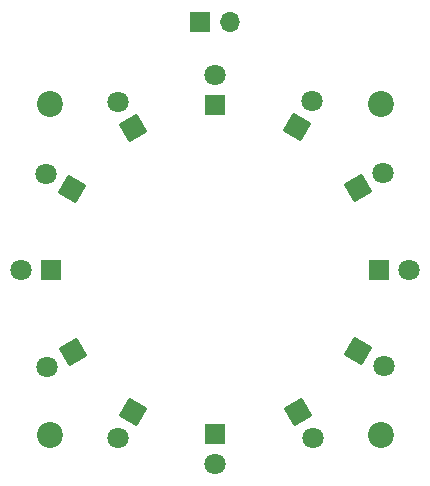
<source format=gts>
%TF.GenerationSoftware,KiCad,Pcbnew,(6.0.1-0)*%
%TF.CreationDate,2022-03-28T18:36:01+02:00*%
%TF.ProjectId,Ring_Light_PCB,52696e67-5f4c-4696-9768-745f5043422e,1.0*%
%TF.SameCoordinates,Original*%
%TF.FileFunction,Soldermask,Top*%
%TF.FilePolarity,Negative*%
%FSLAX46Y46*%
G04 Gerber Fmt 4.6, Leading zero omitted, Abs format (unit mm)*
G04 Created by KiCad (PCBNEW (6.0.1-0)) date 2022-03-28 18:36:01*
%MOMM*%
%LPD*%
G01*
G04 APERTURE LIST*
G04 Aperture macros list*
%AMRotRect*
0 Rectangle, with rotation*
0 The origin of the aperture is its center*
0 $1 length*
0 $2 width*
0 $3 Rotation angle, in degrees counterclockwise*
0 Add horizontal line*
21,1,$1,$2,0,0,$3*%
G04 Aperture macros list end*
%ADD10R,1.700000X1.700000*%
%ADD11O,1.700000X1.700000*%
%ADD12RotRect,1.800000X1.800000X210.000000*%
%ADD13C,1.800000*%
%ADD14C,2.200000*%
%ADD15RotRect,1.800000X1.800000X330.000000*%
%ADD16RotRect,1.800000X1.800000X240.000000*%
%ADD17RotRect,1.800000X1.800000X300.000000*%
%ADD18R,1.800000X1.800000*%
%ADD19RotRect,1.800000X1.800000X120.000000*%
%ADD20RotRect,1.800000X1.800000X150.000000*%
%ADD21RotRect,1.800000X1.800000X60.000000*%
%ADD22RotRect,1.800000X1.800000X30.000000*%
G04 APERTURE END LIST*
D10*
%TO.C,J1*%
X129725000Y-68000000D03*
D11*
X132265000Y-68000000D03*
%TD*%
D12*
%TO.C,D11*%
X118970000Y-95960000D03*
D13*
X116770295Y-97230000D03*
%TD*%
D14*
%TO.C,REF\u002A\u002A*%
X117000000Y-103000000D03*
%TD*%
D15*
%TO.C,D1*%
X143060000Y-95930000D03*
D13*
X145259705Y-97200000D03*
%TD*%
D16*
%TO.C,D4*%
X124070000Y-101060000D03*
D13*
X122800000Y-103259705D03*
%TD*%
D14*
%TO.C,REF\u002A\u002A*%
X145000000Y-103000000D03*
%TD*%
%TO.C,REF\u002A\u002A*%
X145000000Y-75000000D03*
%TD*%
D17*
%TO.C,D12*%
X138002500Y-101025818D03*
D13*
X139272500Y-103225523D03*
%TD*%
D18*
%TO.C,D5*%
X144900000Y-89000000D03*
D13*
X147440000Y-89000000D03*
%TD*%
D18*
%TO.C,D8*%
X131000000Y-102900000D03*
D13*
X131000000Y-105440000D03*
%TD*%
D19*
%TO.C,D10*%
X124037500Y-76974182D03*
D13*
X122767500Y-74774477D03*
%TD*%
D18*
%TO.C,D6*%
X131000000Y-75100000D03*
D13*
X131000000Y-72560000D03*
%TD*%
D20*
%TO.C,D3*%
X118900000Y-82140000D03*
D13*
X116700295Y-80870000D03*
%TD*%
D14*
%TO.C,REF\u002A\u002A*%
X117000000Y-75000000D03*
%TD*%
D21*
%TO.C,D2*%
X137922500Y-76924182D03*
D13*
X139192500Y-74724477D03*
%TD*%
D22*
%TO.C,D9*%
X143045818Y-82067500D03*
D13*
X145245523Y-80797500D03*
%TD*%
D18*
%TO.C,D7*%
X117085000Y-89000000D03*
D13*
X114545000Y-89000000D03*
%TD*%
M02*

</source>
